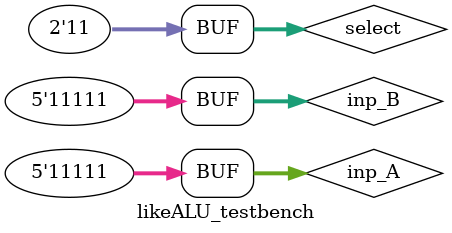
<source format=v>
`define DELAY 20
module likeALU_testbench(); 
reg[4:0] inp_A, inp_B;
reg[1:0] select;
wire[4:0] out;

likeALU likeALUtb (out, inp_A, inp_B,select);

initial begin
inp_A = 5'b10101; inp_B = 5'b11111; select = 2'b00;
#`DELAY;
inp_A = 5'b10101; inp_B = 5'b11111; select = 2'b01;
#`DELAY;
inp_A = 5'b10101; inp_B = 5'b11111; select = 2'b10;
#`DELAY;
inp_A = 5'b10101; inp_B = 5'b11111; select = 2'b11;
#`DELAY;
inp_A = 5'b11111; inp_B = 5'b11111; select = 2'b00;
#`DELAY;
inp_A = 5'b11111; inp_B = 5'b11111; select = 2'b01;
#`DELAY;
inp_A = 5'b11111; inp_B = 5'b11111; select = 2'b10;
#`DELAY;
inp_A = 5'b11111; inp_B = 5'b11111; select = 2'b11;
end
 
 
initial
begin
$monitor("time = %2d, inp_A =%5b, inp_B=%5b, select=%2b, out=%5b", $time, inp_A, inp_B, select, out);

end
endmodule
</source>
